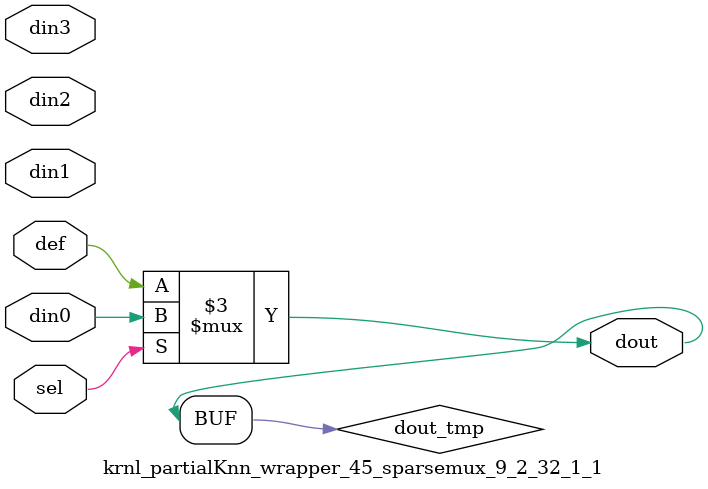
<source format=v>
`timescale 1ns / 1ps

module krnl_partialKnn_wrapper_45_sparsemux_9_2_32_1_1 (din0,din1,din2,din3,def,sel,dout);

parameter din0_WIDTH = 1;

parameter din1_WIDTH = 1;

parameter din2_WIDTH = 1;

parameter din3_WIDTH = 1;

parameter def_WIDTH = 1;
parameter sel_WIDTH = 1;
parameter dout_WIDTH = 1;

parameter [sel_WIDTH-1:0] CASE0 = 1;

parameter [sel_WIDTH-1:0] CASE1 = 1;

parameter [sel_WIDTH-1:0] CASE2 = 1;

parameter [sel_WIDTH-1:0] CASE3 = 1;

parameter ID = 1;
parameter NUM_STAGE = 1;



input [din0_WIDTH-1:0] din0;

input [din1_WIDTH-1:0] din1;

input [din2_WIDTH-1:0] din2;

input [din3_WIDTH-1:0] din3;

input [def_WIDTH-1:0] def;
input [sel_WIDTH-1:0] sel;

output [dout_WIDTH-1:0] dout;



reg [dout_WIDTH-1:0] dout_tmp;

always @ (*) begin
case (sel)
    
    CASE0 : dout_tmp = din0;
    
    CASE1 : dout_tmp = din1;
    
    CASE2 : dout_tmp = din2;
    
    CASE3 : dout_tmp = din3;
    
    default : dout_tmp = def;
endcase
end


assign dout = dout_tmp;



endmodule

</source>
